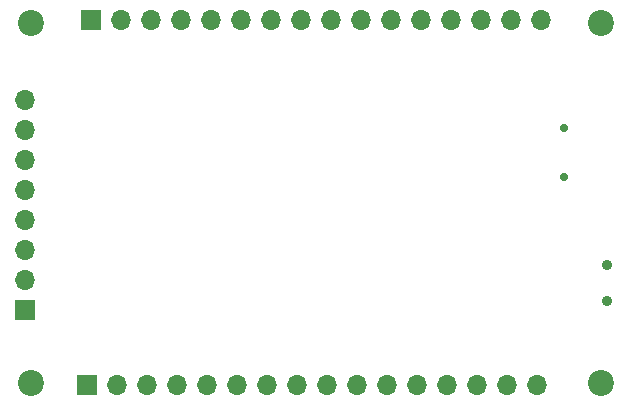
<source format=gbs>
G04 #@! TF.GenerationSoftware,KiCad,Pcbnew,(6.0.6)*
G04 #@! TF.CreationDate,2022-07-12T20:28:45+05:30*
G04 #@! TF.ProjectId,stm32_minimal_dev,73746d33-325f-46d6-996e-696d616c5f64,rev?*
G04 #@! TF.SameCoordinates,Original*
G04 #@! TF.FileFunction,Soldermask,Bot*
G04 #@! TF.FilePolarity,Negative*
%FSLAX46Y46*%
G04 Gerber Fmt 4.6, Leading zero omitted, Abs format (unit mm)*
G04 Created by KiCad (PCBNEW (6.0.6)) date 2022-07-12 20:28:45*
%MOMM*%
%LPD*%
G01*
G04 APERTURE LIST*
%ADD10C,2.200000*%
%ADD11R,1.700000X1.700000*%
%ADD12O,1.700000X1.700000*%
%ADD13C,0.700000*%
%ADD14C,0.900000*%
G04 APERTURE END LIST*
D10*
X127050800Y-73660000D03*
D11*
X126568200Y-97952800D03*
D12*
X126568200Y-95412800D03*
X126568200Y-92872800D03*
X126568200Y-90332800D03*
X126568200Y-87792800D03*
X126568200Y-85252800D03*
X126568200Y-82712800D03*
X126568200Y-80172800D03*
D11*
X131851400Y-104267000D03*
D12*
X134391400Y-104267000D03*
X136931400Y-104267000D03*
X139471400Y-104267000D03*
X142011400Y-104267000D03*
X144551400Y-104267000D03*
X147091400Y-104267000D03*
X149631400Y-104267000D03*
X152171400Y-104267000D03*
X154711400Y-104267000D03*
X157251400Y-104267000D03*
X159791400Y-104267000D03*
X162331400Y-104267000D03*
X164871400Y-104267000D03*
X167411400Y-104267000D03*
X169951400Y-104267000D03*
D11*
X132156200Y-73355200D03*
D12*
X134696200Y-73355200D03*
X137236200Y-73355200D03*
X139776200Y-73355200D03*
X142316200Y-73355200D03*
X144856200Y-73355200D03*
X147396200Y-73355200D03*
X149936200Y-73355200D03*
X152476200Y-73355200D03*
X155016200Y-73355200D03*
X157556200Y-73355200D03*
X160096200Y-73355200D03*
X162636200Y-73355200D03*
X165176200Y-73355200D03*
X167716200Y-73355200D03*
X170256200Y-73355200D03*
D13*
X172175000Y-86657000D03*
X172175000Y-82507000D03*
D14*
X175844000Y-97131000D03*
X175844000Y-94131000D03*
D10*
X127050800Y-104140000D03*
X175310800Y-73660000D03*
X175310800Y-104140000D03*
M02*

</source>
